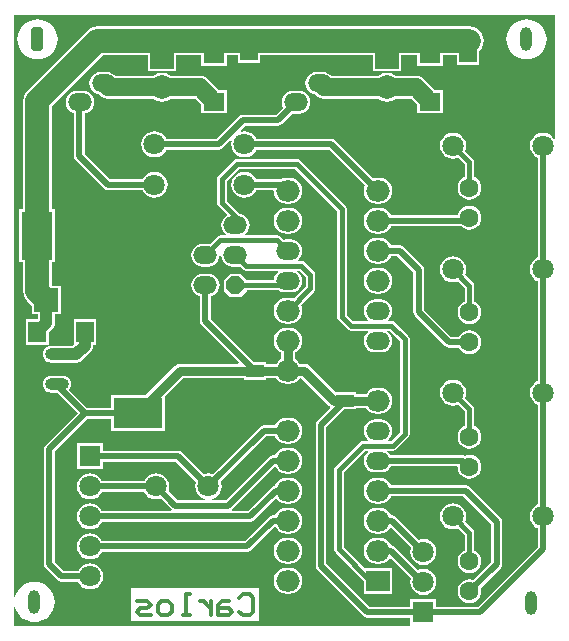
<source format=gbl>
%FSLAX25Y25*%
%MOIN*%
G70*
G01*
G75*
G04 Layer_Physical_Order=2*
G04 Layer_Color=16711680*
%ADD10R,0.10236X0.16142*%
%ADD11R,0.16142X0.10236*%
%ADD12R,0.05906X0.04331*%
%ADD13R,0.07087X0.05906*%
%ADD14R,0.05906X0.07087*%
%ADD15C,0.01969*%
%ADD16C,0.03150*%
%ADD17C,0.01575*%
%ADD18C,0.07874*%
%ADD19C,0.05906*%
%ADD20C,0.03937*%
%ADD21C,0.01181*%
%ADD22O,0.07874X0.05906*%
%ADD23C,0.07087*%
%ADD24R,0.07874X0.07874*%
%ADD25C,0.07874*%
%ADD26R,0.07087X0.07087*%
%ADD27C,0.06299*%
%ADD28O,0.07874X0.07087*%
%ADD29R,0.07874X0.07087*%
%ADD30R,0.07874X0.07874*%
%ADD31O,0.07874X0.03937*%
%ADD32O,0.07874X0.03937*%
%ADD33P,0.06392X8X202.5*%
G04:AMPARAMS|DCode=34|XSize=39.37mil|YSize=78.74mil|CornerRadius=9.84mil|HoleSize=0mil|Usage=FLASHONLY|Rotation=0.000|XOffset=0mil|YOffset=0mil|HoleType=Round|Shape=RoundedRectangle|*
%AMROUNDEDRECTD34*
21,1,0.03937,0.05906,0,0,0.0*
21,1,0.01969,0.07874,0,0,0.0*
1,1,0.01969,0.00984,-0.02953*
1,1,0.01969,-0.00984,-0.02953*
1,1,0.01969,-0.00984,0.02953*
1,1,0.01969,0.00984,0.02953*
%
%ADD34ROUNDEDRECTD34*%
%ADD35O,0.03937X0.07874*%
G36*
X181977Y163937D02*
X181503Y163776D01*
X180971Y164471D01*
X180066Y165165D01*
X179012Y165601D01*
X177882Y165750D01*
X176751Y165601D01*
X175698Y165165D01*
X174793Y164471D01*
X174099Y163566D01*
X173663Y162512D01*
X173514Y161382D01*
X173663Y160251D01*
X174099Y159198D01*
X174793Y158293D01*
X175698Y157599D01*
X176075Y157443D01*
Y124154D01*
X175698Y123998D01*
X174793Y123304D01*
X174099Y122399D01*
X173663Y121346D01*
X173514Y120215D01*
X173663Y119085D01*
X174099Y118031D01*
X174793Y117127D01*
X175698Y116432D01*
X176075Y116276D01*
Y82988D01*
X175698Y82831D01*
X174793Y82137D01*
X174099Y81233D01*
X173663Y80179D01*
X173514Y79049D01*
X173663Y77918D01*
X174099Y76864D01*
X174793Y75960D01*
X175698Y75266D01*
X176075Y75109D01*
Y41821D01*
X175698Y41665D01*
X174793Y40971D01*
X174099Y40066D01*
X173663Y39012D01*
X173514Y37882D01*
X173663Y36751D01*
X174099Y35698D01*
X174793Y34793D01*
X175698Y34099D01*
X176075Y33943D01*
Y27630D01*
X156134Y7688D01*
X142331D01*
Y10331D01*
X133669D01*
Y7688D01*
X120130D01*
X105688Y22130D01*
Y67697D01*
X111484Y73492D01*
X115622D01*
Y73973D01*
X118877D01*
X119399Y73293D01*
X120304Y72599D01*
X121358Y72163D01*
X122488Y72014D01*
X123276D01*
X124406Y72163D01*
X125460Y72599D01*
X126364Y73293D01*
X127058Y74198D01*
X127495Y75251D01*
X127644Y76382D01*
X127495Y77512D01*
X127058Y78566D01*
X126364Y79471D01*
X125460Y80165D01*
X124406Y80601D01*
X123276Y80750D01*
X122488D01*
X121358Y80601D01*
X120304Y80165D01*
X119399Y79471D01*
X118877Y78790D01*
X115622D01*
Y79398D01*
X108772D01*
X100085Y88085D01*
X99304Y88607D01*
X98382Y88790D01*
X96886D01*
X96364Y89471D01*
X95460Y90165D01*
X95290Y90235D01*
Y92529D01*
X95460Y92599D01*
X96364Y93293D01*
X97058Y94198D01*
X97495Y95251D01*
X97644Y96382D01*
X97495Y97512D01*
X97058Y98566D01*
X96364Y99471D01*
X95460Y100165D01*
X94406Y100601D01*
X93276Y100750D01*
X92488D01*
X91358Y100601D01*
X90304Y100165D01*
X89399Y99471D01*
X88705Y98566D01*
X88269Y97512D01*
X88120Y96382D01*
X88269Y95251D01*
X88705Y94198D01*
X89399Y93293D01*
X90304Y92599D01*
X90473Y92529D01*
Y90235D01*
X90304Y90165D01*
X89399Y89471D01*
X88829Y88727D01*
X85622D01*
Y89272D01*
X81484D01*
X67188Y103567D01*
Y111218D01*
X67343Y111238D01*
X68252Y111615D01*
X69034Y112214D01*
X69633Y112996D01*
X70010Y113906D01*
X70139Y114882D01*
X70010Y115858D01*
X69633Y116768D01*
X69034Y117549D01*
X68252Y118149D01*
X67343Y118526D01*
X66366Y118654D01*
X64398D01*
X63421Y118526D01*
X62511Y118149D01*
X61730Y117549D01*
X61131Y116768D01*
X60754Y115858D01*
X60625Y114882D01*
X60754Y113906D01*
X61131Y112996D01*
X61730Y112214D01*
X62511Y111615D01*
X63421Y111238D01*
X63576Y111218D01*
Y102819D01*
X63576Y102819D01*
X63576D01*
X63713Y102128D01*
X64105Y101542D01*
X76457Y89189D01*
X76266Y88727D01*
X56917D01*
X55996Y88544D01*
X55214Y88022D01*
X45381Y78189D01*
X34024D01*
Y74090D01*
X26032D01*
X19985Y80137D01*
X20258Y80492D01*
X20535Y81163D01*
X20630Y81882D01*
X20535Y82601D01*
X20258Y83272D01*
X19816Y83847D01*
X19240Y84289D01*
X18570Y84567D01*
X17850Y84662D01*
X13913D01*
X13194Y84567D01*
X12524Y84289D01*
X11948Y83847D01*
X11506Y83272D01*
X11228Y82601D01*
X11134Y81882D01*
X11228Y81163D01*
X11506Y80492D01*
X11948Y79916D01*
X12524Y79475D01*
X13194Y79197D01*
X13913Y79102D01*
X15910D01*
X22729Y72284D01*
X12105Y61659D01*
X11713Y61073D01*
X11575Y60382D01*
X11575Y60382D01*
X11575D01*
X11575Y60382D01*
X11575D01*
Y21882D01*
X11575Y21882D01*
X11575D01*
X11713Y21191D01*
X12105Y20605D01*
X16105Y16605D01*
X16105Y16605D01*
X16105D01*
X16105Y16605D01*
X16105D01*
X16105Y16605D01*
Y16605D01*
Y16605D01*
D01*
D01*
X16105D01*
Y16605D01*
X16691Y16213D01*
X17382Y16075D01*
X22943D01*
X23099Y15698D01*
X23793Y14793D01*
X24698Y14099D01*
X25751Y13663D01*
X26882Y13514D01*
X28012Y13663D01*
X29066Y14099D01*
X29971Y14793D01*
X30665Y15698D01*
X31101Y16751D01*
X31250Y17882D01*
X31101Y19012D01*
X30665Y20066D01*
X29971Y20971D01*
X29066Y21665D01*
X28012Y22101D01*
X26882Y22250D01*
X25751Y22101D01*
X24698Y21665D01*
X23793Y20971D01*
X23099Y20066D01*
X22943Y19688D01*
X18130D01*
X15188Y22630D01*
Y59634D01*
X26032Y70477D01*
X34024D01*
Y66378D01*
X51740D01*
Y77736D01*
X57915Y83910D01*
X78142D01*
Y83366D01*
X85622D01*
Y83910D01*
X88926D01*
X89399Y83293D01*
X90304Y82599D01*
X91358Y82163D01*
X92488Y82014D01*
X93276D01*
X94406Y82163D01*
X95460Y82599D01*
X96364Y83293D01*
X96886Y83973D01*
X97384D01*
X106679Y74679D01*
X106880Y74544D01*
X106929Y74047D01*
X102605Y69722D01*
X102213Y69136D01*
X102076Y68445D01*
X102076Y68445D01*
X102076D01*
X102076Y68445D01*
X102076D01*
Y21382D01*
X102076Y21382D01*
X102076D01*
X102213Y20691D01*
X102605Y20105D01*
X118105Y4605D01*
X118691Y4213D01*
X119382Y4075D01*
X133669D01*
Y1669D01*
D01*
Y1669D01*
X133405Y1405D01*
X1405D01*
Y7622D01*
X1900Y7695D01*
X2169Y6808D01*
X2790Y5646D01*
X3626Y4626D01*
X4645Y3790D01*
X5808Y3168D01*
X7070Y2786D01*
X8382Y2657D01*
X9694Y2786D01*
X10955Y3168D01*
X12118Y3790D01*
X13137Y4626D01*
X13974Y5646D01*
X14595Y6808D01*
X14978Y8070D01*
X15107Y9382D01*
X14978Y10694D01*
X14595Y11955D01*
X13974Y13118D01*
X13137Y14137D01*
X12118Y14974D01*
X10955Y15595D01*
X9694Y15978D01*
X8382Y16107D01*
X7070Y15978D01*
X5808Y15595D01*
X4645Y14974D01*
X3626Y14137D01*
X2790Y13118D01*
X2169Y11955D01*
X1900Y11069D01*
X1405Y11142D01*
Y204977D01*
X181977D01*
Y163937D01*
D02*
G37*
%LPC*%
G36*
X147882Y83417D02*
X146751Y83268D01*
X145698Y82831D01*
X144793Y82137D01*
X144099Y81233D01*
X143663Y80179D01*
X143514Y79049D01*
X143663Y77918D01*
X144099Y76864D01*
X144793Y75960D01*
X145698Y75266D01*
X146751Y74829D01*
X147882Y74681D01*
X149012Y74829D01*
X149591Y75069D01*
X151776Y72883D01*
Y67978D01*
X151396Y67821D01*
X150574Y67190D01*
X149943Y66367D01*
X149546Y65410D01*
X149411Y64382D01*
X149546Y63354D01*
X149943Y62396D01*
X150574Y61574D01*
X151396Y60943D01*
X152354Y60546D01*
X153382Y60411D01*
X154410Y60546D01*
X155367Y60943D01*
X156190Y61574D01*
X156821Y62396D01*
X157218Y63354D01*
X157353Y64382D01*
X157218Y65410D01*
X156821Y66367D01*
X156190Y67190D01*
X155367Y67821D01*
X154988Y67978D01*
Y73549D01*
X154865Y74163D01*
X154517Y74684D01*
X154517Y74684D01*
X151862Y77340D01*
X152101Y77918D01*
X152250Y79049D01*
X152101Y80179D01*
X151665Y81233D01*
X150971Y82137D01*
X150066Y82831D01*
X149012Y83268D01*
X147882Y83417D01*
D02*
G37*
G36*
X93276Y40750D02*
X92488D01*
X91358Y40601D01*
X90304Y40165D01*
X89399Y39471D01*
X88705Y38566D01*
X88549Y38188D01*
X87882D01*
X87191Y38051D01*
X86605Y37659D01*
X78634Y29688D01*
X30821D01*
X30665Y30066D01*
X29971Y30971D01*
X29066Y31665D01*
X28012Y32101D01*
X26882Y32250D01*
X25751Y32101D01*
X24698Y31665D01*
X23793Y30971D01*
X23099Y30066D01*
X22663Y29012D01*
X22514Y27882D01*
X22663Y26751D01*
X23099Y25698D01*
X23793Y24793D01*
X24698Y24099D01*
X25751Y23663D01*
X26882Y23514D01*
X28012Y23663D01*
X29066Y24099D01*
X29971Y24793D01*
X30665Y25698D01*
X30821Y26076D01*
X79382D01*
X80073Y26213D01*
X80659Y26605D01*
X88241Y34186D01*
X88740Y34153D01*
X89399Y33293D01*
X90304Y32599D01*
X91358Y32163D01*
X92488Y32014D01*
X93276D01*
X94406Y32163D01*
X95460Y32599D01*
X96364Y33293D01*
X97058Y34198D01*
X97495Y35251D01*
X97644Y36382D01*
X97495Y37512D01*
X97058Y38566D01*
X96364Y39471D01*
X95460Y40165D01*
X94406Y40601D01*
X93276Y40750D01*
D02*
G37*
G36*
Y30750D02*
X92488D01*
X91358Y30601D01*
X90304Y30165D01*
X89399Y29471D01*
X88705Y28566D01*
X88269Y27512D01*
X88120Y26382D01*
X88269Y25251D01*
X88705Y24198D01*
X89399Y23293D01*
X90304Y22599D01*
X91358Y22163D01*
X92488Y22014D01*
X93276D01*
X94406Y22163D01*
X95460Y22599D01*
X96364Y23293D01*
X97058Y24198D01*
X97495Y25251D01*
X97644Y26382D01*
X97495Y27512D01*
X97058Y28566D01*
X96364Y29471D01*
X95460Y30165D01*
X94406Y30601D01*
X93276Y30750D01*
D02*
G37*
G36*
X147882Y124583D02*
X146751Y124434D01*
X145698Y123998D01*
X144793Y123304D01*
X144099Y122399D01*
X143663Y121346D01*
X143514Y120215D01*
X143663Y119085D01*
X144099Y118031D01*
X144793Y117127D01*
X145698Y116432D01*
X146751Y115996D01*
X147882Y115847D01*
X149012Y115996D01*
X149591Y116235D01*
X151776Y114050D01*
Y109478D01*
X151396Y109321D01*
X150574Y108690D01*
X149943Y107867D01*
X149546Y106910D01*
X149411Y105882D01*
X149546Y104854D01*
X149943Y103896D01*
X150574Y103074D01*
X151396Y102443D01*
X152354Y102046D01*
X153382Y101911D01*
X154410Y102046D01*
X155367Y102443D01*
X156190Y103074D01*
X156821Y103896D01*
X157218Y104854D01*
X157353Y105882D01*
X157218Y106910D01*
X156821Y107867D01*
X156190Y108690D01*
X155367Y109321D01*
X154988Y109478D01*
Y114715D01*
X154865Y115330D01*
X154517Y115851D01*
X154517Y115851D01*
X151862Y118506D01*
X152101Y119085D01*
X152250Y120215D01*
X152101Y121346D01*
X151665Y122399D01*
X150971Y123304D01*
X150066Y123998D01*
X149012Y124434D01*
X147882Y124583D01*
D02*
G37*
G36*
X123276Y130750D02*
X122488D01*
X121358Y130601D01*
X120304Y130165D01*
X119399Y129471D01*
X118705Y128566D01*
X118269Y127512D01*
X118120Y126382D01*
X118269Y125251D01*
X118705Y124198D01*
X119399Y123293D01*
X120304Y122599D01*
X121358Y122163D01*
X122488Y122014D01*
X123276D01*
X124406Y122163D01*
X125460Y122599D01*
X126364Y123293D01*
X127058Y124198D01*
X127215Y124575D01*
X129370D01*
X134694Y119252D01*
Y106000D01*
X134694Y106000D01*
X134694D01*
X134831Y105309D01*
X135223Y104723D01*
X145341Y94605D01*
X145927Y94213D01*
X146618Y94076D01*
X149869D01*
X149943Y93896D01*
X150574Y93074D01*
X151396Y92443D01*
X152354Y92046D01*
X153382Y91911D01*
X154410Y92046D01*
X155367Y92443D01*
X156190Y93074D01*
X156821Y93896D01*
X157218Y94854D01*
X157353Y95882D01*
X157218Y96910D01*
X156821Y97867D01*
X156190Y98690D01*
X155367Y99321D01*
X154410Y99718D01*
X153382Y99853D01*
X152354Y99718D01*
X151396Y99321D01*
X150574Y98690D01*
X149943Y97867D01*
X149869Y97688D01*
X147366D01*
X138306Y106748D01*
Y120000D01*
X138169Y120691D01*
X137777Y121277D01*
X131395Y127659D01*
X130809Y128051D01*
X130118Y128188D01*
X127215D01*
X127058Y128566D01*
X126364Y129471D01*
X125460Y130165D01*
X124406Y130601D01*
X123276Y130750D01*
D02*
G37*
G36*
X93276Y70750D02*
X92488D01*
X91358Y70601D01*
X90304Y70165D01*
X89399Y69471D01*
X88705Y68566D01*
X88549Y68188D01*
X84882D01*
X84191Y68051D01*
X83605Y67659D01*
X67890Y51945D01*
X67512Y52101D01*
X66382Y52250D01*
X65251Y52101D01*
X64874Y51945D01*
X57659Y59159D01*
X57073Y59551D01*
X56382Y59688D01*
X31213D01*
Y62213D01*
X22551D01*
Y53551D01*
X31213D01*
Y56076D01*
X55634D01*
X62319Y49390D01*
X62163Y49012D01*
X62014Y47882D01*
X62163Y46751D01*
X62599Y45698D01*
X63293Y44793D01*
X64198Y44099D01*
X65213Y43679D01*
X65115Y43188D01*
X56130D01*
X52945Y46374D01*
X53101Y46751D01*
X53250Y47882D01*
X53101Y49012D01*
X52665Y50066D01*
X51971Y50971D01*
X51066Y51665D01*
X50012Y52101D01*
X48882Y52250D01*
X47751Y52101D01*
X46698Y51665D01*
X45793Y50971D01*
X45099Y50066D01*
X44943Y49688D01*
X30821D01*
X30665Y50066D01*
X29971Y50971D01*
X29066Y51665D01*
X28012Y52101D01*
X26882Y52250D01*
X25751Y52101D01*
X24698Y51665D01*
X23793Y50971D01*
X23099Y50066D01*
X22663Y49012D01*
X22514Y47882D01*
X22663Y46751D01*
X23099Y45698D01*
X23793Y44793D01*
X24698Y44099D01*
X25751Y43663D01*
X26882Y43514D01*
X28012Y43663D01*
X29066Y44099D01*
X29971Y44793D01*
X30665Y45698D01*
X30821Y46075D01*
X44943D01*
X45099Y45698D01*
X45793Y44793D01*
X46698Y44099D01*
X47751Y43663D01*
X48882Y43514D01*
X50012Y43663D01*
X50390Y43819D01*
X54059Y40150D01*
X53935Y39851D01*
X53826Y39688D01*
X30821D01*
X30665Y40066D01*
X29971Y40971D01*
X29066Y41665D01*
X28012Y42101D01*
X26882Y42250D01*
X25751Y42101D01*
X24698Y41665D01*
X23793Y40971D01*
X23099Y40066D01*
X22663Y39012D01*
X22514Y37882D01*
X22663Y36751D01*
X23099Y35698D01*
X23793Y34793D01*
X24698Y34099D01*
X25751Y33663D01*
X26882Y33514D01*
X28012Y33663D01*
X29066Y34099D01*
X29971Y34793D01*
X30665Y35698D01*
X30821Y36075D01*
X80382D01*
X81073Y36213D01*
X81659Y36605D01*
X88675Y43620D01*
X89174Y43587D01*
X89399Y43293D01*
X90304Y42599D01*
X91358Y42163D01*
X92488Y42014D01*
X93276D01*
X94406Y42163D01*
X95460Y42599D01*
X96364Y43293D01*
X97058Y44198D01*
X97495Y45251D01*
X97644Y46382D01*
X97495Y47512D01*
X97058Y48566D01*
X96364Y49471D01*
X95460Y50165D01*
X94406Y50601D01*
X93276Y50750D01*
X92488D01*
X91358Y50601D01*
X90304Y50165D01*
X89399Y49471D01*
X88705Y48566D01*
X88519Y48116D01*
X88191Y48051D01*
X87605Y47659D01*
X79634Y39688D01*
X74437D01*
X74329Y39851D01*
X74205Y40150D01*
X88241Y54186D01*
X88740Y54153D01*
X89399Y53293D01*
X90304Y52599D01*
X91358Y52163D01*
X92488Y52014D01*
X93276D01*
X94406Y52163D01*
X95460Y52599D01*
X96364Y53293D01*
X97058Y54198D01*
X97495Y55251D01*
X97644Y56382D01*
X97495Y57512D01*
X97058Y58566D01*
X96364Y59471D01*
X95460Y60165D01*
X94406Y60601D01*
X93276Y60750D01*
X92488D01*
X91358Y60601D01*
X90304Y60165D01*
X89399Y59471D01*
X88705Y58566D01*
X88549Y58188D01*
X87882D01*
X87191Y58051D01*
X86605Y57659D01*
X72134Y43188D01*
X67649D01*
X67551Y43679D01*
X68566Y44099D01*
X69471Y44793D01*
X70165Y45698D01*
X70601Y46751D01*
X70750Y47882D01*
X70601Y49012D01*
X70445Y49390D01*
X85630Y64575D01*
X88549D01*
X88705Y64198D01*
X89399Y63293D01*
X90304Y62599D01*
X91358Y62163D01*
X92488Y62014D01*
X93276D01*
X94406Y62163D01*
X95460Y62599D01*
X96364Y63293D01*
X97058Y64198D01*
X97495Y65251D01*
X97644Y66382D01*
X97495Y67512D01*
X97058Y68566D01*
X96364Y69471D01*
X95460Y70165D01*
X94406Y70601D01*
X93276Y70750D01*
D02*
G37*
G36*
X147882Y42250D02*
X146751Y42101D01*
X145698Y41665D01*
X144793Y40971D01*
X144099Y40066D01*
X143663Y39012D01*
X143514Y37882D01*
X143663Y36751D01*
X144099Y35698D01*
X144793Y34793D01*
X145698Y34099D01*
X146751Y33663D01*
X147882Y33514D01*
X149012Y33663D01*
X149591Y33902D01*
X151776Y31717D01*
Y26478D01*
X151396Y26321D01*
X150574Y25690D01*
X149943Y24867D01*
X149546Y23910D01*
X149411Y22882D01*
X149546Y21854D01*
X149943Y20896D01*
X150574Y20074D01*
X151396Y19443D01*
X152354Y19046D01*
X153382Y18911D01*
X154410Y19046D01*
X155367Y19443D01*
X156190Y20074D01*
X156821Y20896D01*
X157218Y21854D01*
X157353Y22882D01*
X157218Y23910D01*
X156821Y24867D01*
X156190Y25690D01*
X155367Y26321D01*
X154988Y26478D01*
Y32382D01*
X154865Y32996D01*
X154517Y33517D01*
X154517Y33517D01*
X151862Y36173D01*
X152101Y36751D01*
X152250Y37882D01*
X152101Y39012D01*
X151665Y40066D01*
X150971Y40971D01*
X150066Y41665D01*
X149012Y42101D01*
X147882Y42250D01*
D02*
G37*
G36*
X93276Y20750D02*
X92488D01*
X91358Y20601D01*
X90304Y20165D01*
X89399Y19471D01*
X88705Y18566D01*
X88269Y17512D01*
X88120Y16382D01*
X88269Y15251D01*
X88705Y14198D01*
X89399Y13293D01*
X90304Y12599D01*
X91358Y12163D01*
X92488Y12014D01*
X93276D01*
X94406Y12163D01*
X95460Y12599D01*
X96364Y13293D01*
X97058Y14198D01*
X97495Y15251D01*
X97644Y16382D01*
X97495Y17512D01*
X97058Y18566D01*
X96364Y19471D01*
X95460Y20165D01*
X94406Y20601D01*
X93276Y20750D01*
D02*
G37*
G36*
X123276Y30750D02*
X122488D01*
X121358Y30601D01*
X120304Y30165D01*
X119399Y29471D01*
X118705Y28566D01*
X118269Y27512D01*
X118120Y26382D01*
X118269Y25251D01*
X118705Y24198D01*
X119399Y23293D01*
X120304Y22599D01*
X121358Y22163D01*
X122488Y22014D01*
X123276D01*
X124406Y22163D01*
X125460Y22599D01*
X126364Y23293D01*
X126693Y23721D01*
X127192Y23754D01*
X133791Y17155D01*
X133781Y17131D01*
X133632Y16000D01*
X133781Y14870D01*
X134217Y13816D01*
X134911Y12911D01*
X135816Y12217D01*
X136870Y11781D01*
X138000Y11632D01*
X139130Y11781D01*
X140184Y12217D01*
X141089Y12911D01*
X141783Y13816D01*
X142219Y14870D01*
X142368Y16000D01*
X142219Y17131D01*
X141783Y18184D01*
X141089Y19089D01*
X140184Y19783D01*
X139130Y20219D01*
X138000Y20368D01*
X136870Y20219D01*
X136138Y19916D01*
X128395Y27659D01*
X127809Y28051D01*
X127224Y28167D01*
X127058Y28566D01*
X126364Y29471D01*
X125460Y30165D01*
X124406Y30601D01*
X123276Y30750D01*
D02*
G37*
G36*
X83350Y13935D02*
X40450D01*
Y2913D01*
X83350D01*
Y13935D01*
D02*
G37*
G36*
X123276Y40750D02*
X122488D01*
X121358Y40601D01*
X120304Y40165D01*
X119399Y39471D01*
X118705Y38566D01*
X118269Y37512D01*
X118120Y36382D01*
X118269Y35251D01*
X118705Y34198D01*
X119399Y33293D01*
X120304Y32599D01*
X121358Y32163D01*
X122488Y32014D01*
X123276D01*
X124406Y32163D01*
X125460Y32599D01*
X126364Y33293D01*
X126910Y34004D01*
X127409Y34037D01*
X133937Y27508D01*
X133781Y27130D01*
X133632Y26000D01*
X133781Y24870D01*
X134217Y23816D01*
X134911Y22911D01*
X135816Y22217D01*
X136870Y21781D01*
X138000Y21632D01*
X139130Y21781D01*
X140184Y22217D01*
X141089Y22911D01*
X141783Y23816D01*
X142219Y24870D01*
X142368Y26000D01*
X142219Y27130D01*
X141783Y28184D01*
X141089Y29089D01*
X140184Y29783D01*
X139130Y30219D01*
X138000Y30368D01*
X136870Y30219D01*
X136492Y30063D01*
X128895Y37659D01*
X128309Y38051D01*
X127618Y38188D01*
X127215D01*
X127058Y38566D01*
X126364Y39471D01*
X125460Y40165D01*
X124406Y40601D01*
X123276Y40750D01*
D02*
G37*
G36*
Y50750D02*
X122488D01*
X121358Y50601D01*
X120304Y50165D01*
X119399Y49471D01*
X118705Y48566D01*
X118269Y47512D01*
X118120Y46382D01*
X118269Y45251D01*
X118705Y44198D01*
X119399Y43293D01*
X120304Y42599D01*
X121358Y42163D01*
X122488Y42014D01*
X123276D01*
X124406Y42163D01*
X125460Y42599D01*
X126364Y43293D01*
X127058Y44198D01*
X127215Y44576D01*
X151370D01*
X160694Y35252D01*
Y22748D01*
X154589Y16643D01*
X154410Y16717D01*
X153382Y16853D01*
X152354Y16717D01*
X151396Y16321D01*
X150574Y15690D01*
X149943Y14867D01*
X149546Y13910D01*
X149411Y12882D01*
X149546Y11854D01*
X149943Y10896D01*
X150574Y10074D01*
X151396Y9443D01*
X152354Y9046D01*
X153382Y8911D01*
X154410Y9046D01*
X155367Y9443D01*
X156190Y10074D01*
X156821Y10896D01*
X157218Y11854D01*
X157353Y12882D01*
X157218Y13910D01*
X157143Y14089D01*
X163777Y20723D01*
X163777Y20723D01*
X163777Y20723D01*
X164169Y21309D01*
X164306Y22000D01*
Y36000D01*
X164169Y36691D01*
X163777Y37277D01*
X153395Y47659D01*
X152809Y48051D01*
X152118Y48188D01*
X127215D01*
X127058Y48566D01*
X126364Y49471D01*
X125460Y50165D01*
X124406Y50601D01*
X123276Y50750D01*
D02*
G37*
G36*
Y120750D02*
X122488D01*
X121358Y120601D01*
X120304Y120165D01*
X119399Y119471D01*
X118705Y118566D01*
X118269Y117512D01*
X118120Y116382D01*
X118269Y115251D01*
X118705Y114198D01*
X119399Y113293D01*
X120304Y112599D01*
X121358Y112163D01*
X122488Y112014D01*
X123276D01*
X124406Y112163D01*
X125460Y112599D01*
X126364Y113293D01*
X127058Y114198D01*
X127495Y115251D01*
X127644Y116382D01*
X127495Y117512D01*
X127058Y118566D01*
X126364Y119471D01*
X125460Y120165D01*
X124406Y120601D01*
X123276Y120750D01*
D02*
G37*
G36*
X104441Y185953D02*
X102472D01*
X101496Y185825D01*
X100586Y185448D01*
X99805Y184849D01*
X99205Y184067D01*
X98829Y183158D01*
X98700Y182181D01*
X98829Y181205D01*
X99205Y180295D01*
X99805Y179514D01*
X100586Y178914D01*
X101496Y178537D01*
X101806Y178496D01*
X102088Y178214D01*
Y178214D01*
D01*
Y178214D01*
X102088Y178214D01*
D01*
D01*
X102088D01*
X102088Y178214D01*
Y178214D01*
X102088Y178214D01*
Y178214D01*
X102870Y177615D01*
X103779Y177238D01*
X104756Y177110D01*
X123038D01*
X123499Y176755D01*
X124649Y176279D01*
X125882Y176117D01*
X127115Y176279D01*
X128264Y176755D01*
X128726Y177110D01*
X134071D01*
X136051Y175130D01*
Y172394D01*
X140137D01*
X140382Y172361D01*
X140627Y172394D01*
X144713D01*
Y179874D01*
X141977D01*
X138301Y183549D01*
X137520Y184149D01*
X136610Y184526D01*
X135634Y184654D01*
X128726D01*
X128264Y185009D01*
X127115Y185485D01*
X125882Y185647D01*
X124649Y185485D01*
X123499Y185009D01*
X123038Y184654D01*
X107257D01*
X107108Y184849D01*
X106327Y185448D01*
X105417Y185825D01*
X104441Y185953D01*
D02*
G37*
G36*
X32441D02*
X30472D01*
X29496Y185825D01*
X28586Y185448D01*
X27805Y184849D01*
X27205Y184067D01*
X26829Y183158D01*
X26700Y182181D01*
X26829Y181205D01*
X27205Y180295D01*
X27805Y179514D01*
X28586Y178914D01*
X29496Y178537D01*
X29806Y178496D01*
X30088Y178214D01*
X30870Y177615D01*
X31780Y177238D01*
X32756Y177110D01*
X48037D01*
X48499Y176755D01*
X49649Y176279D01*
X50882Y176117D01*
X52115Y176279D01*
X53264Y176755D01*
X53726Y177110D01*
X62071D01*
X64051Y175130D01*
Y172394D01*
X68137D01*
X68382Y172361D01*
X68627Y172394D01*
X72713D01*
Y179874D01*
X69977D01*
X66301Y183549D01*
X65520Y184149D01*
X64610Y184526D01*
X63634Y184654D01*
X53726D01*
X53264Y185009D01*
X52115Y185485D01*
X50882Y185647D01*
X49649Y185485D01*
X48499Y185009D01*
X48037Y184654D01*
X35258D01*
X35108Y184849D01*
X34327Y185448D01*
X33417Y185825D01*
X32441Y185953D01*
D02*
G37*
G36*
X96567Y179654D02*
X94598D01*
X93622Y179526D01*
X92712Y179149D01*
X91931Y178549D01*
X91331Y177768D01*
X90955Y176858D01*
X90826Y175882D01*
X90955Y174906D01*
X91276Y174130D01*
X88835Y171688D01*
X77882D01*
X77191Y171551D01*
X76605Y171159D01*
X69134Y163688D01*
X52321D01*
X52165Y164066D01*
X51471Y164971D01*
X50566Y165665D01*
X49512Y166101D01*
X48382Y166250D01*
X47251Y166101D01*
X46198Y165665D01*
X45293Y164971D01*
X44599Y164066D01*
X44163Y163012D01*
X44014Y161882D01*
X44163Y160751D01*
X44599Y159698D01*
X45293Y158793D01*
X46198Y158099D01*
X47251Y157663D01*
X48382Y157514D01*
X49512Y157663D01*
X50566Y158099D01*
X51471Y158793D01*
X52165Y159698D01*
X52321Y160075D01*
X69882D01*
X70573Y160213D01*
X71159Y160605D01*
X73703Y163148D01*
X74151Y162927D01*
X74014Y161882D01*
X74163Y160751D01*
X74599Y159698D01*
X75293Y158793D01*
X76198Y158099D01*
X77251Y157663D01*
X78382Y157514D01*
X79512Y157663D01*
X80566Y158099D01*
X81471Y158793D01*
X82165Y159698D01*
X82321Y160075D01*
X106634D01*
X118541Y148169D01*
X118269Y147512D01*
X118120Y146382D01*
X118269Y145251D01*
X118705Y144198D01*
X119399Y143293D01*
X120304Y142599D01*
X121358Y142163D01*
X122488Y142014D01*
X123276D01*
X124406Y142163D01*
X125460Y142599D01*
X126364Y143293D01*
X127058Y144198D01*
X127495Y145251D01*
X127644Y146382D01*
X127495Y147512D01*
X127058Y148566D01*
X126364Y149471D01*
X125460Y150165D01*
X124406Y150601D01*
X123276Y150750D01*
X122488D01*
X121358Y150601D01*
X121258Y150560D01*
X108659Y163159D01*
X108073Y163551D01*
X107382Y163688D01*
X82321D01*
X82165Y164066D01*
X81471Y164971D01*
X80566Y165665D01*
X79512Y166101D01*
X78382Y166250D01*
X77337Y166112D01*
X77115Y166561D01*
X78630Y168076D01*
X89583D01*
X90274Y168213D01*
X90860Y168605D01*
X94392Y172137D01*
X94598Y172109D01*
X96567D01*
X97543Y172238D01*
X98453Y172615D01*
X99234Y173214D01*
X99834Y173996D01*
X100211Y174906D01*
X100339Y175882D01*
X100211Y176858D01*
X99834Y177768D01*
X99234Y178549D01*
X98453Y179149D01*
X97543Y179526D01*
X96567Y179654D01*
D02*
G37*
G36*
X172382Y203607D02*
X171070Y203478D01*
X169808Y203095D01*
X168646Y202474D01*
X167626Y201637D01*
X166790Y200618D01*
X166168Y199455D01*
X165786Y198194D01*
X165657Y196882D01*
X165786Y195570D01*
X166168Y194308D01*
X166790Y193146D01*
X167626Y192126D01*
X168646Y191290D01*
X169808Y190668D01*
X171070Y190286D01*
X172382Y190157D01*
X173694Y190286D01*
X174955Y190668D01*
X176118Y191290D01*
X177137Y192126D01*
X177974Y193146D01*
X178595Y194308D01*
X178978Y195570D01*
X179107Y196882D01*
X178978Y198194D01*
X178595Y199455D01*
X177974Y200618D01*
X177137Y201637D01*
X176118Y202474D01*
X174955Y203095D01*
X173694Y203478D01*
X172382Y203607D01*
D02*
G37*
G36*
X9382D02*
X8070Y203478D01*
X6808Y203095D01*
X5646Y202474D01*
X4626Y201637D01*
X3790Y200618D01*
X3168Y199455D01*
X2786Y198194D01*
X2657Y196882D01*
X2786Y195570D01*
X3168Y194308D01*
X3790Y193146D01*
X4626Y192126D01*
X5646Y191290D01*
X6808Y190668D01*
X8070Y190286D01*
X9382Y190157D01*
X10694Y190286D01*
X11955Y190668D01*
X13118Y191290D01*
X14137Y192126D01*
X14974Y193146D01*
X15595Y194308D01*
X15978Y195570D01*
X16107Y196882D01*
X15978Y198194D01*
X15595Y199455D01*
X14974Y200618D01*
X14137Y201637D01*
X13118Y202474D01*
X11955Y203095D01*
X10694Y203478D01*
X9382Y203607D01*
D02*
G37*
G36*
X153382Y201147D02*
X29382D01*
X28149Y200985D01*
X26999Y200509D01*
X26012Y199751D01*
X6012Y179751D01*
X5255Y178764D01*
X4779Y177615D01*
X4617Y176382D01*
Y140240D01*
X3378D01*
Y122524D01*
X4617D01*
Y112882D01*
X4779Y111649D01*
X5255Y110499D01*
X6012Y109512D01*
X7658Y107867D01*
Y105157D01*
X9602D01*
Y103713D01*
X5642D01*
Y95051D01*
X13082D01*
X13083Y95043D01*
D01*
X13084Y95038D01*
X13179Y94564D01*
X13179D01*
X13179Y94561D01*
X12524Y94289D01*
X11948Y93847D01*
X11506Y93272D01*
X11228Y92601D01*
X11134Y91882D01*
X11228Y91163D01*
X11506Y90492D01*
X11948Y89916D01*
X12524Y89475D01*
X13194Y89197D01*
X13913Y89102D01*
X22382D01*
X23101Y89197D01*
X23772Y89475D01*
X24347Y89916D01*
X27095Y92664D01*
X27537Y93240D01*
X27815Y93910D01*
X27910Y94630D01*
Y95051D01*
X28870D01*
Y103713D01*
X21390D01*
Y95051D01*
D01*
X21390D01*
X20449Y94662D01*
X13913D01*
X13194Y94567D01*
X13122Y95051D01*
Y95051D01*
D01*
D01*
X13122D01*
D01*
Y95059D01*
X13122D01*
Y99191D01*
X14347Y100416D01*
X14789Y100992D01*
X15067Y101663D01*
X15162Y102382D01*
Y105157D01*
X17106D01*
Y109572D01*
X17147Y109882D01*
X17106Y110192D01*
Y114606D01*
X14397D01*
X14147Y114856D01*
Y122524D01*
X15189D01*
Y140240D01*
X14147D01*
Y174408D01*
X31356Y191617D01*
X46158D01*
Y186158D01*
X55606D01*
Y191617D01*
X64051D01*
Y188142D01*
X72713D01*
Y191617D01*
X76142D01*
Y188866D01*
X83622D01*
Y191617D01*
X121158D01*
Y186158D01*
X130606D01*
Y191617D01*
X136051D01*
Y188142D01*
X144713D01*
Y191617D01*
X149142D01*
Y188366D01*
X156622D01*
Y192913D01*
X156751Y193012D01*
X157509Y193999D01*
X157985Y195149D01*
X158147Y196382D01*
X157985Y197615D01*
X157509Y198765D01*
X156751Y199751D01*
X155764Y200509D01*
X154615Y200985D01*
X153382Y201147D01*
D02*
G37*
G36*
X78382Y152750D02*
X77251Y152601D01*
X76198Y152165D01*
X75293Y151471D01*
X74599Y150566D01*
X74163Y149512D01*
X74014Y148382D01*
X74163Y147251D01*
X74599Y146198D01*
X75293Y145293D01*
X76198Y144599D01*
X77251Y144163D01*
X78382Y144014D01*
X79512Y144163D01*
X80566Y144599D01*
X81471Y145293D01*
X82165Y146198D01*
X82321Y146575D01*
X87950D01*
X88120Y146382D01*
X88269Y145251D01*
X88705Y144198D01*
X89399Y143293D01*
X90304Y142599D01*
X91358Y142163D01*
X92488Y142014D01*
X93276D01*
X94406Y142163D01*
X95460Y142599D01*
X96364Y143293D01*
X97058Y144198D01*
X97495Y145251D01*
X97644Y146382D01*
X97495Y147512D01*
X97058Y148566D01*
X96364Y149471D01*
X95460Y150165D01*
X94406Y150601D01*
X93276Y150750D01*
X92488D01*
X91358Y150601D01*
X90361Y150188D01*
X82321D01*
X82165Y150566D01*
X81471Y151471D01*
X80566Y152165D01*
X79512Y152601D01*
X78382Y152750D01*
D02*
G37*
G36*
X153382Y141353D02*
X152354Y141218D01*
X151396Y140821D01*
X150574Y140190D01*
X149943Y139367D01*
X149546Y138410D01*
X149517Y138188D01*
X127215D01*
X127058Y138566D01*
X126364Y139471D01*
X125460Y140165D01*
X124406Y140601D01*
X123276Y140750D01*
X122488D01*
X121358Y140601D01*
X120304Y140165D01*
X119399Y139471D01*
X118705Y138566D01*
X118269Y137512D01*
X118120Y136382D01*
X118269Y135251D01*
X118705Y134198D01*
X119399Y133293D01*
X120304Y132599D01*
X121358Y132163D01*
X122488Y132014D01*
X123276D01*
X124406Y132163D01*
X125460Y132599D01*
X126364Y133293D01*
X127058Y134198D01*
X127215Y134575D01*
X150573D01*
X150574Y134574D01*
X151396Y133943D01*
X152354Y133546D01*
X153382Y133411D01*
X154410Y133546D01*
X155367Y133943D01*
X156190Y134574D01*
X156821Y135396D01*
X157218Y136354D01*
X157353Y137382D01*
X157218Y138410D01*
X156821Y139367D01*
X156190Y140190D01*
X155367Y140821D01*
X154410Y141218D01*
X153382Y141353D01*
D02*
G37*
G36*
X93276Y140750D02*
X92488D01*
X91358Y140601D01*
X90304Y140165D01*
X89399Y139471D01*
X88705Y138566D01*
X88269Y137512D01*
X88120Y136382D01*
X88269Y135251D01*
X88705Y134198D01*
X89399Y133293D01*
X90304Y132599D01*
X91358Y132163D01*
X92488Y132014D01*
X93276D01*
X94406Y132163D01*
X95460Y132599D01*
X96364Y133293D01*
X97058Y134198D01*
X97495Y135251D01*
X97644Y136382D01*
X97495Y137512D01*
X97058Y138566D01*
X96364Y139471D01*
X95460Y140165D01*
X94406Y140601D01*
X93276Y140750D01*
D02*
G37*
G36*
X95882Y156988D02*
X95882Y156988D01*
X75882D01*
X75882Y156988D01*
X75369Y156886D01*
X75267Y156865D01*
X74747Y156517D01*
X74747Y156517D01*
X69747Y151517D01*
X69398Y150996D01*
X69378Y150894D01*
X69276Y150382D01*
X69276Y150382D01*
Y142382D01*
X69276Y142382D01*
X69378Y141869D01*
X69398Y141767D01*
X69747Y141246D01*
X69747Y141246D01*
X69747D01*
Y141246D01*
X69747Y141246D01*
X72432Y138561D01*
X72399Y138063D01*
X71730Y137549D01*
X71131Y136768D01*
X70754Y135858D01*
X70625Y134882D01*
X70754Y133905D01*
X71131Y132996D01*
X71730Y132214D01*
X72060Y131961D01*
X71900Y131488D01*
X70382D01*
X70382Y131488D01*
X69869Y131386D01*
X69767Y131365D01*
X69247Y131017D01*
X69247Y131017D01*
X66823Y128594D01*
X66366Y128654D01*
X64398D01*
X63421Y128526D01*
X62511Y128149D01*
X61730Y127549D01*
X61131Y126768D01*
X60754Y125858D01*
X60625Y124882D01*
X60754Y123906D01*
X61131Y122996D01*
X61730Y122214D01*
X62511Y121615D01*
X63421Y121238D01*
X64398Y121109D01*
X66366D01*
X67343Y121238D01*
X68252Y121615D01*
X69034Y122214D01*
X69633Y122996D01*
X70010Y123906D01*
X70132Y124831D01*
X70632D01*
X70754Y123906D01*
X71131Y122996D01*
X71730Y122214D01*
X72511Y121615D01*
X73421Y121238D01*
X74398Y121109D01*
X76366D01*
X76823Y121170D01*
X77746Y120247D01*
X77746Y120247D01*
X78267Y119898D01*
X78369Y119878D01*
X78882Y119776D01*
X78882Y119776D01*
X89400D01*
X89560Y119303D01*
X89230Y119049D01*
X88631Y118268D01*
X88254Y117358D01*
X88139Y116488D01*
X79122D01*
Y116752D01*
X77252Y118622D01*
X73512D01*
X71642Y116752D01*
Y113012D01*
X73512Y111142D01*
X77252D01*
X79122Y113012D01*
Y113276D01*
X89801D01*
X90011Y113115D01*
X90921Y112738D01*
X91898Y112610D01*
X93866D01*
X94842Y112738D01*
X95752Y113115D01*
X96534Y113714D01*
X97133Y114496D01*
X97510Y115405D01*
X97639Y116382D01*
X97510Y117358D01*
X97133Y118268D01*
X96534Y119049D01*
X95752Y119649D01*
X95778Y119776D01*
X96717D01*
X98776Y117717D01*
Y114547D01*
X94706Y110477D01*
X94406Y110601D01*
X93276Y110750D01*
X92488D01*
X91358Y110601D01*
X90304Y110165D01*
X89399Y109471D01*
X88705Y108566D01*
X88269Y107512D01*
X88120Y106382D01*
X88269Y105251D01*
X88705Y104198D01*
X89399Y103293D01*
X90304Y102599D01*
X91358Y102163D01*
X92488Y102014D01*
X93276D01*
X94406Y102163D01*
X95460Y102599D01*
X96364Y103293D01*
X97058Y104198D01*
X97495Y105251D01*
X97644Y106382D01*
X97495Y107512D01*
X97140Y108369D01*
X101517Y112747D01*
X101517Y112747D01*
X101865Y113267D01*
X101988Y113882D01*
Y118382D01*
X101988Y118382D01*
X101865Y118996D01*
X101517Y119517D01*
X98517Y122517D01*
X97996Y122865D01*
X97894Y122886D01*
X97382Y122988D01*
X97382Y122987D01*
X96364D01*
X96203Y123461D01*
X96534Y123714D01*
X97133Y124496D01*
X97510Y125406D01*
X97639Y126382D01*
X97510Y127358D01*
X97133Y128268D01*
X96534Y129049D01*
X95752Y129649D01*
X94842Y130026D01*
X93866Y130154D01*
X91898D01*
X91440Y130094D01*
X90517Y131017D01*
X89996Y131365D01*
X89894Y131386D01*
X89382Y131488D01*
X89382Y131488D01*
X78864D01*
X78703Y131961D01*
X79034Y132214D01*
X79633Y132996D01*
X80010Y133905D01*
X80139Y134882D01*
X80010Y135858D01*
X79633Y136768D01*
X79034Y137549D01*
X78252Y138149D01*
X77342Y138526D01*
X76798Y138598D01*
X76517Y139017D01*
X72487Y143047D01*
Y149717D01*
X76547Y153776D01*
X95217D01*
X109276Y139717D01*
Y104382D01*
X109276Y104382D01*
X109378Y103869D01*
X109398Y103767D01*
X109747Y103246D01*
X109747Y103246D01*
X109747D01*
Y103246D01*
X109747Y103246D01*
X112747Y100247D01*
X113267Y99898D01*
X113882Y99776D01*
X113882Y99776D01*
X119400D01*
X119560Y99303D01*
X119230Y99049D01*
X118631Y98268D01*
X118254Y97358D01*
X118125Y96382D01*
X118254Y95406D01*
X118631Y94496D01*
X119230Y93714D01*
X120011Y93115D01*
X120921Y92738D01*
X121898Y92610D01*
X123866D01*
X124843Y92738D01*
X125752Y93115D01*
X126534Y93714D01*
X127133Y94496D01*
X127510Y95406D01*
X127639Y96382D01*
X127510Y97358D01*
X127133Y98268D01*
X126534Y99049D01*
X125752Y99649D01*
X125778Y99776D01*
X126717D01*
X130276Y96217D01*
Y66047D01*
X127217Y62988D01*
X126364D01*
X126203Y63461D01*
X126534Y63714D01*
X127133Y64496D01*
X127510Y65405D01*
X127639Y66382D01*
X127510Y67358D01*
X127133Y68268D01*
X126534Y69049D01*
X125752Y69649D01*
X124843Y70026D01*
X123866Y70154D01*
X121898D01*
X120921Y70026D01*
X120011Y69649D01*
X119230Y69049D01*
X118631Y68268D01*
X118254Y67358D01*
X118125Y66382D01*
X118254Y65405D01*
X118631Y64496D01*
X119230Y63714D01*
X119560Y63461D01*
X119400Y62988D01*
X117882D01*
X117882Y62988D01*
X117369Y62886D01*
X117267Y62865D01*
X116746Y62517D01*
X116746Y62517D01*
X108747Y54517D01*
X108398Y53996D01*
X108378Y53894D01*
X108276Y53382D01*
X108276Y53382D01*
Y26882D01*
X108276Y26882D01*
X108378Y26369D01*
X108398Y26267D01*
X108747Y25747D01*
X108747Y25747D01*
X108747Y25747D01*
Y25747D01*
X118157Y16336D01*
Y12051D01*
X127606D01*
Y20713D01*
X118322D01*
X111487Y27547D01*
Y52717D01*
X118547Y59776D01*
X119400D01*
X119560Y59303D01*
X119230Y59049D01*
X118631Y58268D01*
X118254Y57358D01*
X118125Y56382D01*
X118254Y55405D01*
X118631Y54496D01*
X119230Y53714D01*
X120011Y53115D01*
X120921Y52738D01*
X121898Y52609D01*
X123866D01*
X124843Y52738D01*
X125752Y53115D01*
X126534Y53714D01*
X127133Y54496D01*
X127166Y54576D01*
X149241D01*
X149411Y54382D01*
X149546Y53354D01*
X149943Y52396D01*
X150574Y51574D01*
X151396Y50943D01*
X152354Y50546D01*
X153382Y50411D01*
X154410Y50546D01*
X155367Y50943D01*
X156190Y51574D01*
X156821Y52396D01*
X157218Y53354D01*
X157353Y54382D01*
X157218Y55410D01*
X156821Y56367D01*
X156190Y57190D01*
X155367Y57821D01*
X154410Y58218D01*
X153382Y58353D01*
X152354Y58218D01*
X151991Y58067D01*
X151382Y58188D01*
X127166D01*
X127133Y58268D01*
X126534Y59049D01*
X125752Y59649D01*
X125778Y59776D01*
X127882D01*
X127882Y59776D01*
X128394Y59878D01*
X128496Y59899D01*
X129017Y60246D01*
X129017Y60246D01*
X129017Y60246D01*
X133017Y64246D01*
X133017Y64246D01*
X133365Y64767D01*
X133487Y65382D01*
Y96882D01*
X133365Y97496D01*
X133017Y98017D01*
X128517Y102517D01*
X127996Y102865D01*
X127894Y102886D01*
X127382Y102988D01*
X127382Y102988D01*
X126364D01*
X126203Y103461D01*
X126534Y103714D01*
X127133Y104496D01*
X127510Y105405D01*
X127639Y106382D01*
X127510Y107358D01*
X127133Y108268D01*
X126534Y109049D01*
X125752Y109649D01*
X124843Y110026D01*
X123866Y110154D01*
X121898D01*
X120921Y110026D01*
X120011Y109649D01*
X119230Y109049D01*
X118631Y108268D01*
X118254Y107358D01*
X118125Y106382D01*
X118254Y105405D01*
X118631Y104496D01*
X119230Y103714D01*
X119560Y103461D01*
X119400Y102988D01*
X114547D01*
X112487Y105047D01*
Y140382D01*
X112365Y140996D01*
X112017Y141517D01*
X112017Y141517D01*
X97017Y156517D01*
X96496Y156865D01*
X96394Y156886D01*
X95882Y156988D01*
D02*
G37*
G36*
X24567Y179654D02*
X22598D01*
X21622Y179526D01*
X20712Y179149D01*
X19931Y178549D01*
X19331Y177768D01*
X18955Y176858D01*
X18826Y175882D01*
X18955Y174906D01*
X19331Y173996D01*
X19931Y173214D01*
X20712Y172615D01*
X21576Y172257D01*
Y157882D01*
X21576Y157882D01*
X21576D01*
X21713Y157191D01*
X22105Y156605D01*
X31605Y147105D01*
X32191Y146713D01*
X32882Y146575D01*
X44443D01*
X44599Y146198D01*
X45293Y145293D01*
X46198Y144599D01*
X47251Y144163D01*
X48382Y144014D01*
X49512Y144163D01*
X50566Y144599D01*
X51471Y145293D01*
X52165Y146198D01*
X52601Y147251D01*
X52750Y148382D01*
X52601Y149512D01*
X52165Y150566D01*
X51471Y151471D01*
X50566Y152165D01*
X49512Y152601D01*
X48382Y152750D01*
X47251Y152601D01*
X46198Y152165D01*
X45293Y151471D01*
X44599Y150566D01*
X44443Y150188D01*
X33630D01*
X25188Y158630D01*
Y172191D01*
X25543Y172238D01*
X26453Y172615D01*
X27234Y173214D01*
X27834Y173996D01*
X28211Y174906D01*
X28339Y175882D01*
X28211Y176858D01*
X27834Y177768D01*
X27234Y178549D01*
X26453Y179149D01*
X25543Y179526D01*
X24567Y179654D01*
D02*
G37*
G36*
X147882Y165750D02*
X146751Y165601D01*
X145698Y165165D01*
X144793Y164471D01*
X144099Y163566D01*
X143663Y162512D01*
X143514Y161382D01*
X143663Y160251D01*
X144099Y159198D01*
X144793Y158293D01*
X145698Y157599D01*
X146751Y157163D01*
X147882Y157014D01*
X149012Y157163D01*
X149591Y157402D01*
X151776Y155217D01*
Y150978D01*
X151396Y150821D01*
X150574Y150190D01*
X149943Y149367D01*
X149546Y148410D01*
X149411Y147382D01*
X149546Y146354D01*
X149943Y145396D01*
X150574Y144574D01*
X151396Y143943D01*
X152354Y143546D01*
X153382Y143411D01*
X154410Y143546D01*
X155367Y143943D01*
X156190Y144574D01*
X156821Y145396D01*
X157218Y146354D01*
X157353Y147382D01*
X157218Y148410D01*
X156821Y149367D01*
X156190Y150190D01*
X155367Y150821D01*
X154988Y150978D01*
Y155882D01*
X154865Y156496D01*
X154517Y157017D01*
X154517Y157017D01*
X151862Y159673D01*
X152101Y160251D01*
X152250Y161382D01*
X152101Y162512D01*
X151665Y163566D01*
X150971Y164471D01*
X150066Y165165D01*
X149012Y165601D01*
X147882Y165750D01*
D02*
G37*
%LPD*%
D10*
X9284Y131382D02*
D03*
X34480D02*
D03*
D11*
X42882Y72284D02*
D03*
Y97480D02*
D03*
D12*
X111882Y76445D02*
D03*
Y84319D02*
D03*
X81882Y86319D02*
D03*
Y78445D02*
D03*
X152882Y183445D02*
D03*
Y191319D02*
D03*
X79882Y183945D02*
D03*
Y191819D02*
D03*
D13*
X140382Y176134D02*
D03*
Y191882D02*
D03*
X68382Y176134D02*
D03*
Y191882D02*
D03*
D14*
X25130Y99382D02*
D03*
X9382D02*
D03*
D15*
X151382Y56382D02*
X153382Y54382D01*
X122882Y56382D02*
X151382D01*
X153382Y12882D02*
X162500Y22000D01*
Y36000D01*
X152118Y46382D02*
X162500Y36000D01*
X122882Y46382D02*
X152118D01*
X122882Y36382D02*
X127618D01*
X138000Y26000D01*
X122882Y26382D02*
X127118D01*
X137500Y16000D01*
X138000D01*
X78382Y148382D02*
X90882D01*
X92882Y146382D01*
X84882Y66382D02*
X92882D01*
X66382Y47882D02*
X84882Y66382D01*
X56382Y57882D02*
X66382Y47882D01*
X26882Y57882D02*
X56382D01*
X26882Y47882D02*
X48882D01*
X55382Y41382D01*
X72882D01*
X87882Y56382D01*
X92882D01*
X88882Y46382D02*
X92882D01*
X80382Y37882D02*
X88882Y46382D01*
X26882Y37882D02*
X80382D01*
X87882Y36382D02*
X92882D01*
X79382Y27882D02*
X87882Y36382D01*
X26882Y27882D02*
X79382D01*
X17382Y17882D02*
X26882D01*
X13382Y21882D02*
X17382Y17882D01*
X25284Y72284D02*
X42882D01*
X15882Y81685D02*
Y81882D01*
Y81685D02*
X25284Y72284D01*
X177882Y37882D02*
Y79049D01*
Y120215D01*
Y161382D01*
X107382Y161882D02*
X122882Y146382D01*
X78382Y161882D02*
X107382D01*
X177882Y26882D02*
Y37882D01*
X156882Y5882D02*
X177882Y26882D01*
X119382Y5882D02*
X156882D01*
X103882Y21382D02*
X119382Y5882D01*
X103882Y21382D02*
Y68445D01*
X111819Y76382D01*
X111882Y76445D01*
X13382Y21882D02*
Y60382D01*
X25284Y72284D01*
X65382Y102819D02*
Y114882D01*
Y102819D02*
X81882Y86319D01*
X32882Y148382D02*
X48382D01*
X23382Y157882D02*
X32882Y148382D01*
X23382Y157882D02*
Y175681D01*
X23583Y175882D01*
X48382Y161882D02*
X69882D01*
X77882Y169882D01*
X89583D01*
X95583Y175882D01*
X146618Y95882D02*
X153382D01*
X136500Y106000D02*
X146618Y95882D01*
X136500Y106000D02*
Y120000D01*
X130118Y126382D02*
X136500Y120000D01*
X122882Y126382D02*
X130118D01*
X122882Y136382D02*
X152382D01*
X153382Y137382D01*
D16*
X111819Y76382D02*
X122882D01*
X92882Y86382D02*
Y96382D01*
X98382Y86382D02*
X108382Y76382D01*
X92882Y86382D02*
X98382D01*
X81882Y86319D02*
X92819D01*
X92882Y86382D01*
X108382Y76382D02*
X111819D01*
X42882Y72284D02*
X56917Y86319D01*
X81882D01*
D17*
X153382Y22882D02*
Y32382D01*
X147882Y37882D02*
X153382Y32382D01*
Y64382D02*
Y73549D01*
X147882Y79049D02*
X153382Y73549D01*
Y105882D02*
Y114715D01*
X147882Y120215D02*
X153382Y114715D01*
Y147382D02*
Y155882D01*
X147882Y161382D02*
X153382Y155882D01*
X65382Y124882D02*
X70382Y129882D01*
X89382D01*
X92882Y126382D01*
X91382Y114882D02*
X92882Y116382D01*
X75382Y114882D02*
X91382D01*
X75382Y124882D02*
X78882Y121382D01*
X97382D01*
X100382Y118382D01*
Y113882D02*
Y118382D01*
X92882Y106382D02*
X100382Y113882D01*
X110882Y104382D02*
Y140382D01*
Y104382D02*
X113882Y101382D01*
X127382D01*
X117882Y61382D02*
X127882D01*
X109882Y53382D02*
X117882Y61382D01*
X109882Y26882D02*
Y53382D01*
Y26882D02*
X120382Y16382D01*
X122882D01*
X127882Y61382D02*
X131882Y65382D01*
Y96882D01*
X127382Y101382D02*
X131882Y96882D01*
X70882Y150382D02*
X75882Y155382D01*
X95882D01*
X110882Y140382D01*
X70882Y142382D02*
Y150382D01*
Y142382D02*
X75382Y137882D01*
Y134882D02*
Y137882D01*
D18*
X9382Y112882D02*
X12382Y109882D01*
X9382Y176382D02*
X29382Y196382D01*
X9382Y112882D02*
Y176382D01*
X29382Y196382D02*
X125882D01*
X153382D01*
D19*
X31457Y182181D02*
X32756Y180882D01*
X50882D01*
X103457Y182181D02*
X104756Y180882D01*
X125882D01*
X50882D02*
X63634D01*
X68382Y176134D01*
X125882Y180882D02*
X135634D01*
X140382Y176134D01*
D20*
X9382Y99382D02*
X12382Y102382D01*
Y109882D01*
X15882Y91882D02*
X22382D01*
X25130Y94630D01*
Y99382D01*
D21*
X76659Y10785D02*
X77840Y11966D01*
X80201D01*
X81382Y10785D01*
Y6063D01*
X80201Y4882D01*
X77840D01*
X76659Y6063D01*
X73117Y9605D02*
X70755D01*
X69575Y8424D01*
Y4882D01*
X73117D01*
X74298Y6063D01*
X73117Y7243D01*
X69575D01*
X67213Y9605D02*
Y4882D01*
Y7243D01*
X66032Y8424D01*
X64852Y9605D01*
X63671D01*
X60129Y4882D02*
X57767D01*
X58948D01*
Y11966D01*
X60129D01*
X53045Y4882D02*
X50683D01*
X49502Y6063D01*
Y8424D01*
X50683Y9605D01*
X53045D01*
X54225Y8424D01*
Y6063D01*
X53045Y4882D01*
X47141D02*
X43599D01*
X42418Y6063D01*
X43599Y7243D01*
X45960D01*
X47141Y8424D01*
X45960Y9605D01*
X42418D01*
D22*
X103457Y169583D02*
D03*
X95583Y175882D02*
D03*
X103457Y182181D02*
D03*
X31457Y169583D02*
D03*
X23583Y175882D02*
D03*
X31457Y182181D02*
D03*
X92882Y126382D02*
D03*
Y116382D02*
D03*
X122882Y106382D02*
D03*
Y96382D02*
D03*
Y66382D02*
D03*
Y56382D02*
D03*
X75382Y124882D02*
D03*
Y134882D02*
D03*
X65382Y114882D02*
D03*
Y124882D02*
D03*
Y134882D02*
D03*
D23*
X48382Y148382D02*
D03*
X78382D02*
D03*
X48382Y161882D02*
D03*
X78382D02*
D03*
X48882Y17882D02*
D03*
Y47882D02*
D03*
X66382Y17882D02*
D03*
Y47882D02*
D03*
X26882Y7882D02*
D03*
Y17882D02*
D03*
Y27882D02*
D03*
Y37882D02*
D03*
Y47882D02*
D03*
X147882Y161382D02*
D03*
X177882D02*
D03*
X147882Y120215D02*
D03*
X177882D02*
D03*
X147882Y79049D02*
D03*
X177882D02*
D03*
X147882Y37882D02*
D03*
X177882D02*
D03*
X138000Y16000D02*
D03*
Y26000D02*
D03*
Y36000D02*
D03*
D24*
X125882Y190882D02*
D03*
X50882D02*
D03*
D25*
X125882Y180882D02*
D03*
X50882D02*
D03*
X22382Y109882D02*
D03*
D26*
X26882Y57882D02*
D03*
X138000Y6000D02*
D03*
D27*
X153382Y147382D02*
D03*
Y137382D02*
D03*
Y105882D02*
D03*
Y95882D02*
D03*
Y64382D02*
D03*
Y54382D02*
D03*
Y22882D02*
D03*
Y12882D02*
D03*
D28*
X92882Y146382D02*
D03*
Y136382D02*
D03*
Y106382D02*
D03*
Y96382D02*
D03*
Y86382D02*
D03*
Y76382D02*
D03*
Y66382D02*
D03*
Y56382D02*
D03*
Y46382D02*
D03*
Y36382D02*
D03*
Y26382D02*
D03*
Y16382D02*
D03*
X122882Y146382D02*
D03*
Y136382D02*
D03*
Y126382D02*
D03*
Y116382D02*
D03*
Y86382D02*
D03*
Y76382D02*
D03*
Y46382D02*
D03*
Y36382D02*
D03*
Y26382D02*
D03*
D29*
Y16382D02*
D03*
D30*
X12382Y109882D02*
D03*
D31*
X15882Y91882D02*
D03*
D32*
Y86882D02*
D03*
Y81882D02*
D03*
D33*
X75382Y114882D02*
D03*
D34*
X9382Y196882D02*
D03*
D35*
X172382D02*
D03*
X173882Y8882D02*
D03*
X8382Y9382D02*
D03*
M02*

</source>
